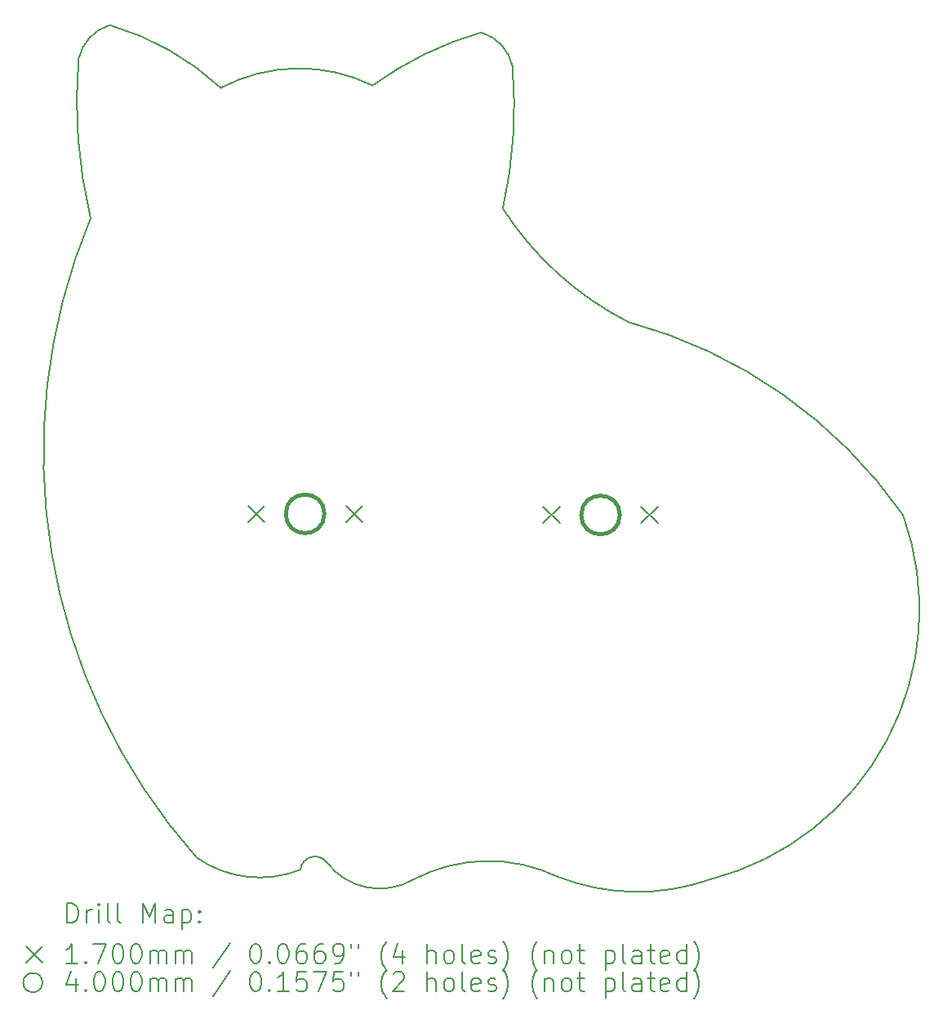
<source format=gbr>
%TF.GenerationSoftware,KiCad,Pcbnew,(6.0.9)*%
%TF.CreationDate,2022-12-26T12:39:22-05:00*%
%TF.ProjectId,Kitty_PCB,4b697474-795f-4504-9342-2e6b69636164,rev?*%
%TF.SameCoordinates,Original*%
%TF.FileFunction,Drillmap*%
%TF.FilePolarity,Positive*%
%FSLAX45Y45*%
G04 Gerber Fmt 4.5, Leading zero omitted, Abs format (unit mm)*
G04 Created by KiCad (PCBNEW (6.0.9)) date 2022-12-26 12:39:22*
%MOMM*%
%LPD*%
G01*
G04 APERTURE LIST*
%ADD10C,0.200000*%
%ADD11C,0.170000*%
%ADD12C,0.400000*%
G04 APERTURE END LIST*
D10*
X13207998Y-13708002D02*
G75*
G03*
X14108000Y-13883000I548982J421552D01*
G01*
X19183000Y-10108000D02*
G75*
G03*
X16333000Y-8108000I-4178025J-2923060D01*
G01*
X10632999Y-5383000D02*
G75*
G03*
X10758000Y-7033000I5169021J-438140D01*
G01*
X15608001Y-13857998D02*
G75*
G03*
X14108000Y-13883000I-725101J-1506372D01*
G01*
X14808000Y-5107999D02*
G75*
G03*
X13683000Y-5658000I1008190J-3487771D01*
G01*
X13683000Y-5658000D02*
G75*
G03*
X12108000Y-5683000I-762996J-1556245D01*
G01*
X15033000Y-6933000D02*
G75*
G03*
X15133000Y-5458000I-4756430J1063360D01*
G01*
X12107999Y-5683001D02*
G75*
G03*
X10958000Y-5033000I-1944139J-2097319D01*
G01*
X10958000Y-5033001D02*
G75*
G03*
X10633000Y-5383000I129690J-446320D01*
G01*
X15033001Y-6932999D02*
G75*
G03*
X16333000Y-8108000I2823789J1817539D01*
G01*
X13208004Y-13707997D02*
G75*
G03*
X12933000Y-13783000I-122804J-91393D01*
G01*
X15608001Y-13857997D02*
G75*
G03*
X17183000Y-13883000I821249J2113508D01*
G01*
X15133000Y-5458000D02*
G75*
G03*
X14808000Y-5108000I-454691J-96320D01*
G01*
X11858000Y-13657999D02*
G75*
G03*
X12933000Y-13783000I653680J936639D01*
G01*
X10758000Y-7033000D02*
G75*
G03*
X11858000Y-13658000I5826599J-2436385D01*
G01*
X17183000Y-13883000D02*
G75*
G03*
X19183000Y-10108000I-716536J2796923D01*
G01*
D11*
X12389000Y-10011000D02*
X12559000Y-10181000D01*
X12559000Y-10011000D02*
X12389000Y-10181000D01*
X13405000Y-10011000D02*
X13575000Y-10181000D01*
X13575000Y-10011000D02*
X13405000Y-10181000D01*
X15453000Y-10023000D02*
X15623000Y-10193000D01*
X15623000Y-10023000D02*
X15453000Y-10193000D01*
X16469000Y-10023000D02*
X16639000Y-10193000D01*
X16639000Y-10023000D02*
X16469000Y-10193000D01*
D12*
X13182000Y-10096000D02*
G75*
G03*
X13182000Y-10096000I-200000J0D01*
G01*
X16246000Y-10108000D02*
G75*
G03*
X16246000Y-10108000I-200000J0D01*
G01*
D10*
X10516742Y-14332424D02*
X10516742Y-14132424D01*
X10564361Y-14132424D01*
X10592933Y-14141948D01*
X10611980Y-14160995D01*
X10621504Y-14180043D01*
X10631028Y-14218138D01*
X10631028Y-14246709D01*
X10621504Y-14284805D01*
X10611980Y-14303852D01*
X10592933Y-14322900D01*
X10564361Y-14332424D01*
X10516742Y-14332424D01*
X10716742Y-14332424D02*
X10716742Y-14199090D01*
X10716742Y-14237186D02*
X10726266Y-14218138D01*
X10735790Y-14208614D01*
X10754838Y-14199090D01*
X10773885Y-14199090D01*
X10840552Y-14332424D02*
X10840552Y-14199090D01*
X10840552Y-14132424D02*
X10831028Y-14141948D01*
X10840552Y-14151471D01*
X10850076Y-14141948D01*
X10840552Y-14132424D01*
X10840552Y-14151471D01*
X10964361Y-14332424D02*
X10945314Y-14322900D01*
X10935790Y-14303852D01*
X10935790Y-14132424D01*
X11069123Y-14332424D02*
X11050076Y-14322900D01*
X11040552Y-14303852D01*
X11040552Y-14132424D01*
X11297695Y-14332424D02*
X11297695Y-14132424D01*
X11364361Y-14275281D01*
X11431028Y-14132424D01*
X11431028Y-14332424D01*
X11611980Y-14332424D02*
X11611980Y-14227662D01*
X11602457Y-14208614D01*
X11583409Y-14199090D01*
X11545314Y-14199090D01*
X11526266Y-14208614D01*
X11611980Y-14322900D02*
X11592933Y-14332424D01*
X11545314Y-14332424D01*
X11526266Y-14322900D01*
X11516742Y-14303852D01*
X11516742Y-14284805D01*
X11526266Y-14265757D01*
X11545314Y-14256233D01*
X11592933Y-14256233D01*
X11611980Y-14246709D01*
X11707218Y-14199090D02*
X11707218Y-14399090D01*
X11707218Y-14208614D02*
X11726266Y-14199090D01*
X11764361Y-14199090D01*
X11783409Y-14208614D01*
X11792933Y-14218138D01*
X11802457Y-14237186D01*
X11802457Y-14294328D01*
X11792933Y-14313376D01*
X11783409Y-14322900D01*
X11764361Y-14332424D01*
X11726266Y-14332424D01*
X11707218Y-14322900D01*
X11888171Y-14313376D02*
X11897695Y-14322900D01*
X11888171Y-14332424D01*
X11878647Y-14322900D01*
X11888171Y-14313376D01*
X11888171Y-14332424D01*
X11888171Y-14208614D02*
X11897695Y-14218138D01*
X11888171Y-14227662D01*
X11878647Y-14218138D01*
X11888171Y-14208614D01*
X11888171Y-14227662D01*
D11*
X10089123Y-14576948D02*
X10259123Y-14746948D01*
X10259123Y-14576948D02*
X10089123Y-14746948D01*
D10*
X10621504Y-14752424D02*
X10507219Y-14752424D01*
X10564361Y-14752424D02*
X10564361Y-14552424D01*
X10545314Y-14580995D01*
X10526266Y-14600043D01*
X10507219Y-14609567D01*
X10707219Y-14733376D02*
X10716742Y-14742900D01*
X10707219Y-14752424D01*
X10697695Y-14742900D01*
X10707219Y-14733376D01*
X10707219Y-14752424D01*
X10783409Y-14552424D02*
X10916742Y-14552424D01*
X10831028Y-14752424D01*
X11031028Y-14552424D02*
X11050076Y-14552424D01*
X11069123Y-14561948D01*
X11078647Y-14571471D01*
X11088171Y-14590519D01*
X11097695Y-14628614D01*
X11097695Y-14676233D01*
X11088171Y-14714328D01*
X11078647Y-14733376D01*
X11069123Y-14742900D01*
X11050076Y-14752424D01*
X11031028Y-14752424D01*
X11011980Y-14742900D01*
X11002457Y-14733376D01*
X10992933Y-14714328D01*
X10983409Y-14676233D01*
X10983409Y-14628614D01*
X10992933Y-14590519D01*
X11002457Y-14571471D01*
X11011980Y-14561948D01*
X11031028Y-14552424D01*
X11221504Y-14552424D02*
X11240552Y-14552424D01*
X11259599Y-14561948D01*
X11269123Y-14571471D01*
X11278647Y-14590519D01*
X11288171Y-14628614D01*
X11288171Y-14676233D01*
X11278647Y-14714328D01*
X11269123Y-14733376D01*
X11259599Y-14742900D01*
X11240552Y-14752424D01*
X11221504Y-14752424D01*
X11202457Y-14742900D01*
X11192933Y-14733376D01*
X11183409Y-14714328D01*
X11173885Y-14676233D01*
X11173885Y-14628614D01*
X11183409Y-14590519D01*
X11192933Y-14571471D01*
X11202457Y-14561948D01*
X11221504Y-14552424D01*
X11373885Y-14752424D02*
X11373885Y-14619090D01*
X11373885Y-14638138D02*
X11383409Y-14628614D01*
X11402457Y-14619090D01*
X11431028Y-14619090D01*
X11450076Y-14628614D01*
X11459599Y-14647662D01*
X11459599Y-14752424D01*
X11459599Y-14647662D02*
X11469123Y-14628614D01*
X11488171Y-14619090D01*
X11516742Y-14619090D01*
X11535790Y-14628614D01*
X11545314Y-14647662D01*
X11545314Y-14752424D01*
X11640552Y-14752424D02*
X11640552Y-14619090D01*
X11640552Y-14638138D02*
X11650076Y-14628614D01*
X11669123Y-14619090D01*
X11697695Y-14619090D01*
X11716742Y-14628614D01*
X11726266Y-14647662D01*
X11726266Y-14752424D01*
X11726266Y-14647662D02*
X11735790Y-14628614D01*
X11754837Y-14619090D01*
X11783409Y-14619090D01*
X11802457Y-14628614D01*
X11811980Y-14647662D01*
X11811980Y-14752424D01*
X12202457Y-14542900D02*
X12031028Y-14800043D01*
X12459599Y-14552424D02*
X12478647Y-14552424D01*
X12497695Y-14561948D01*
X12507218Y-14571471D01*
X12516742Y-14590519D01*
X12526266Y-14628614D01*
X12526266Y-14676233D01*
X12516742Y-14714328D01*
X12507218Y-14733376D01*
X12497695Y-14742900D01*
X12478647Y-14752424D01*
X12459599Y-14752424D01*
X12440552Y-14742900D01*
X12431028Y-14733376D01*
X12421504Y-14714328D01*
X12411980Y-14676233D01*
X12411980Y-14628614D01*
X12421504Y-14590519D01*
X12431028Y-14571471D01*
X12440552Y-14561948D01*
X12459599Y-14552424D01*
X12611980Y-14733376D02*
X12621504Y-14742900D01*
X12611980Y-14752424D01*
X12602457Y-14742900D01*
X12611980Y-14733376D01*
X12611980Y-14752424D01*
X12745314Y-14552424D02*
X12764361Y-14552424D01*
X12783409Y-14561948D01*
X12792933Y-14571471D01*
X12802457Y-14590519D01*
X12811980Y-14628614D01*
X12811980Y-14676233D01*
X12802457Y-14714328D01*
X12792933Y-14733376D01*
X12783409Y-14742900D01*
X12764361Y-14752424D01*
X12745314Y-14752424D01*
X12726266Y-14742900D01*
X12716742Y-14733376D01*
X12707218Y-14714328D01*
X12697695Y-14676233D01*
X12697695Y-14628614D01*
X12707218Y-14590519D01*
X12716742Y-14571471D01*
X12726266Y-14561948D01*
X12745314Y-14552424D01*
X12983409Y-14552424D02*
X12945314Y-14552424D01*
X12926266Y-14561948D01*
X12916742Y-14571471D01*
X12897695Y-14600043D01*
X12888171Y-14638138D01*
X12888171Y-14714328D01*
X12897695Y-14733376D01*
X12907218Y-14742900D01*
X12926266Y-14752424D01*
X12964361Y-14752424D01*
X12983409Y-14742900D01*
X12992933Y-14733376D01*
X13002457Y-14714328D01*
X13002457Y-14666709D01*
X12992933Y-14647662D01*
X12983409Y-14638138D01*
X12964361Y-14628614D01*
X12926266Y-14628614D01*
X12907218Y-14638138D01*
X12897695Y-14647662D01*
X12888171Y-14666709D01*
X13173885Y-14552424D02*
X13135790Y-14552424D01*
X13116742Y-14561948D01*
X13107218Y-14571471D01*
X13088171Y-14600043D01*
X13078647Y-14638138D01*
X13078647Y-14714328D01*
X13088171Y-14733376D01*
X13097695Y-14742900D01*
X13116742Y-14752424D01*
X13154837Y-14752424D01*
X13173885Y-14742900D01*
X13183409Y-14733376D01*
X13192933Y-14714328D01*
X13192933Y-14666709D01*
X13183409Y-14647662D01*
X13173885Y-14638138D01*
X13154837Y-14628614D01*
X13116742Y-14628614D01*
X13097695Y-14638138D01*
X13088171Y-14647662D01*
X13078647Y-14666709D01*
X13288171Y-14752424D02*
X13326266Y-14752424D01*
X13345314Y-14742900D01*
X13354837Y-14733376D01*
X13373885Y-14704805D01*
X13383409Y-14666709D01*
X13383409Y-14590519D01*
X13373885Y-14571471D01*
X13364361Y-14561948D01*
X13345314Y-14552424D01*
X13307218Y-14552424D01*
X13288171Y-14561948D01*
X13278647Y-14571471D01*
X13269123Y-14590519D01*
X13269123Y-14638138D01*
X13278647Y-14657186D01*
X13288171Y-14666709D01*
X13307218Y-14676233D01*
X13345314Y-14676233D01*
X13364361Y-14666709D01*
X13373885Y-14657186D01*
X13383409Y-14638138D01*
X13459599Y-14552424D02*
X13459599Y-14590519D01*
X13535790Y-14552424D02*
X13535790Y-14590519D01*
X13831028Y-14828614D02*
X13821504Y-14819090D01*
X13802457Y-14790519D01*
X13792933Y-14771471D01*
X13783409Y-14742900D01*
X13773885Y-14695281D01*
X13773885Y-14657186D01*
X13783409Y-14609567D01*
X13792933Y-14580995D01*
X13802457Y-14561948D01*
X13821504Y-14533376D01*
X13831028Y-14523852D01*
X13992933Y-14619090D02*
X13992933Y-14752424D01*
X13945314Y-14542900D02*
X13897695Y-14685757D01*
X14021504Y-14685757D01*
X14250076Y-14752424D02*
X14250076Y-14552424D01*
X14335790Y-14752424D02*
X14335790Y-14647662D01*
X14326266Y-14628614D01*
X14307218Y-14619090D01*
X14278647Y-14619090D01*
X14259599Y-14628614D01*
X14250076Y-14638138D01*
X14459599Y-14752424D02*
X14440552Y-14742900D01*
X14431028Y-14733376D01*
X14421504Y-14714328D01*
X14421504Y-14657186D01*
X14431028Y-14638138D01*
X14440552Y-14628614D01*
X14459599Y-14619090D01*
X14488171Y-14619090D01*
X14507218Y-14628614D01*
X14516742Y-14638138D01*
X14526266Y-14657186D01*
X14526266Y-14714328D01*
X14516742Y-14733376D01*
X14507218Y-14742900D01*
X14488171Y-14752424D01*
X14459599Y-14752424D01*
X14640552Y-14752424D02*
X14621504Y-14742900D01*
X14611980Y-14723852D01*
X14611980Y-14552424D01*
X14792933Y-14742900D02*
X14773885Y-14752424D01*
X14735790Y-14752424D01*
X14716742Y-14742900D01*
X14707218Y-14723852D01*
X14707218Y-14647662D01*
X14716742Y-14628614D01*
X14735790Y-14619090D01*
X14773885Y-14619090D01*
X14792933Y-14628614D01*
X14802457Y-14647662D01*
X14802457Y-14666709D01*
X14707218Y-14685757D01*
X14878647Y-14742900D02*
X14897695Y-14752424D01*
X14935790Y-14752424D01*
X14954837Y-14742900D01*
X14964361Y-14723852D01*
X14964361Y-14714328D01*
X14954837Y-14695281D01*
X14935790Y-14685757D01*
X14907218Y-14685757D01*
X14888171Y-14676233D01*
X14878647Y-14657186D01*
X14878647Y-14647662D01*
X14888171Y-14628614D01*
X14907218Y-14619090D01*
X14935790Y-14619090D01*
X14954837Y-14628614D01*
X15031028Y-14828614D02*
X15040552Y-14819090D01*
X15059599Y-14790519D01*
X15069123Y-14771471D01*
X15078647Y-14742900D01*
X15088171Y-14695281D01*
X15088171Y-14657186D01*
X15078647Y-14609567D01*
X15069123Y-14580995D01*
X15059599Y-14561948D01*
X15040552Y-14533376D01*
X15031028Y-14523852D01*
X15392933Y-14828614D02*
X15383409Y-14819090D01*
X15364361Y-14790519D01*
X15354837Y-14771471D01*
X15345314Y-14742900D01*
X15335790Y-14695281D01*
X15335790Y-14657186D01*
X15345314Y-14609567D01*
X15354837Y-14580995D01*
X15364361Y-14561948D01*
X15383409Y-14533376D01*
X15392933Y-14523852D01*
X15469123Y-14619090D02*
X15469123Y-14752424D01*
X15469123Y-14638138D02*
X15478647Y-14628614D01*
X15497695Y-14619090D01*
X15526266Y-14619090D01*
X15545314Y-14628614D01*
X15554837Y-14647662D01*
X15554837Y-14752424D01*
X15678647Y-14752424D02*
X15659599Y-14742900D01*
X15650076Y-14733376D01*
X15640552Y-14714328D01*
X15640552Y-14657186D01*
X15650076Y-14638138D01*
X15659599Y-14628614D01*
X15678647Y-14619090D01*
X15707218Y-14619090D01*
X15726266Y-14628614D01*
X15735790Y-14638138D01*
X15745314Y-14657186D01*
X15745314Y-14714328D01*
X15735790Y-14733376D01*
X15726266Y-14742900D01*
X15707218Y-14752424D01*
X15678647Y-14752424D01*
X15802457Y-14619090D02*
X15878647Y-14619090D01*
X15831028Y-14552424D02*
X15831028Y-14723852D01*
X15840552Y-14742900D01*
X15859599Y-14752424D01*
X15878647Y-14752424D01*
X16097695Y-14619090D02*
X16097695Y-14819090D01*
X16097695Y-14628614D02*
X16116742Y-14619090D01*
X16154837Y-14619090D01*
X16173885Y-14628614D01*
X16183409Y-14638138D01*
X16192933Y-14657186D01*
X16192933Y-14714328D01*
X16183409Y-14733376D01*
X16173885Y-14742900D01*
X16154837Y-14752424D01*
X16116742Y-14752424D01*
X16097695Y-14742900D01*
X16307218Y-14752424D02*
X16288171Y-14742900D01*
X16278647Y-14723852D01*
X16278647Y-14552424D01*
X16469123Y-14752424D02*
X16469123Y-14647662D01*
X16459599Y-14628614D01*
X16440552Y-14619090D01*
X16402457Y-14619090D01*
X16383409Y-14628614D01*
X16469123Y-14742900D02*
X16450076Y-14752424D01*
X16402457Y-14752424D01*
X16383409Y-14742900D01*
X16373885Y-14723852D01*
X16373885Y-14704805D01*
X16383409Y-14685757D01*
X16402457Y-14676233D01*
X16450076Y-14676233D01*
X16469123Y-14666709D01*
X16535790Y-14619090D02*
X16611980Y-14619090D01*
X16564361Y-14552424D02*
X16564361Y-14723852D01*
X16573885Y-14742900D01*
X16592933Y-14752424D01*
X16611980Y-14752424D01*
X16754837Y-14742900D02*
X16735790Y-14752424D01*
X16697695Y-14752424D01*
X16678647Y-14742900D01*
X16669123Y-14723852D01*
X16669123Y-14647662D01*
X16678647Y-14628614D01*
X16697695Y-14619090D01*
X16735790Y-14619090D01*
X16754837Y-14628614D01*
X16764361Y-14647662D01*
X16764361Y-14666709D01*
X16669123Y-14685757D01*
X16935790Y-14752424D02*
X16935790Y-14552424D01*
X16935790Y-14742900D02*
X16916742Y-14752424D01*
X16878647Y-14752424D01*
X16859599Y-14742900D01*
X16850076Y-14733376D01*
X16840552Y-14714328D01*
X16840552Y-14657186D01*
X16850076Y-14638138D01*
X16859599Y-14628614D01*
X16878647Y-14619090D01*
X16916742Y-14619090D01*
X16935790Y-14628614D01*
X17011980Y-14828614D02*
X17021504Y-14819090D01*
X17040552Y-14790519D01*
X17050076Y-14771471D01*
X17059599Y-14742900D01*
X17069123Y-14695281D01*
X17069123Y-14657186D01*
X17059599Y-14609567D01*
X17050076Y-14580995D01*
X17040552Y-14561948D01*
X17021504Y-14533376D01*
X17011980Y-14523852D01*
X10259123Y-14951948D02*
G75*
G03*
X10259123Y-14951948I-100000J0D01*
G01*
X10602457Y-14909090D02*
X10602457Y-15042424D01*
X10554838Y-14832900D02*
X10507219Y-14975757D01*
X10631028Y-14975757D01*
X10707219Y-15023376D02*
X10716742Y-15032900D01*
X10707219Y-15042424D01*
X10697695Y-15032900D01*
X10707219Y-15023376D01*
X10707219Y-15042424D01*
X10840552Y-14842424D02*
X10859599Y-14842424D01*
X10878647Y-14851948D01*
X10888171Y-14861471D01*
X10897695Y-14880519D01*
X10907219Y-14918614D01*
X10907219Y-14966233D01*
X10897695Y-15004328D01*
X10888171Y-15023376D01*
X10878647Y-15032900D01*
X10859599Y-15042424D01*
X10840552Y-15042424D01*
X10821504Y-15032900D01*
X10811980Y-15023376D01*
X10802457Y-15004328D01*
X10792933Y-14966233D01*
X10792933Y-14918614D01*
X10802457Y-14880519D01*
X10811980Y-14861471D01*
X10821504Y-14851948D01*
X10840552Y-14842424D01*
X11031028Y-14842424D02*
X11050076Y-14842424D01*
X11069123Y-14851948D01*
X11078647Y-14861471D01*
X11088171Y-14880519D01*
X11097695Y-14918614D01*
X11097695Y-14966233D01*
X11088171Y-15004328D01*
X11078647Y-15023376D01*
X11069123Y-15032900D01*
X11050076Y-15042424D01*
X11031028Y-15042424D01*
X11011980Y-15032900D01*
X11002457Y-15023376D01*
X10992933Y-15004328D01*
X10983409Y-14966233D01*
X10983409Y-14918614D01*
X10992933Y-14880519D01*
X11002457Y-14861471D01*
X11011980Y-14851948D01*
X11031028Y-14842424D01*
X11221504Y-14842424D02*
X11240552Y-14842424D01*
X11259599Y-14851948D01*
X11269123Y-14861471D01*
X11278647Y-14880519D01*
X11288171Y-14918614D01*
X11288171Y-14966233D01*
X11278647Y-15004328D01*
X11269123Y-15023376D01*
X11259599Y-15032900D01*
X11240552Y-15042424D01*
X11221504Y-15042424D01*
X11202457Y-15032900D01*
X11192933Y-15023376D01*
X11183409Y-15004328D01*
X11173885Y-14966233D01*
X11173885Y-14918614D01*
X11183409Y-14880519D01*
X11192933Y-14861471D01*
X11202457Y-14851948D01*
X11221504Y-14842424D01*
X11373885Y-15042424D02*
X11373885Y-14909090D01*
X11373885Y-14928138D02*
X11383409Y-14918614D01*
X11402457Y-14909090D01*
X11431028Y-14909090D01*
X11450076Y-14918614D01*
X11459599Y-14937662D01*
X11459599Y-15042424D01*
X11459599Y-14937662D02*
X11469123Y-14918614D01*
X11488171Y-14909090D01*
X11516742Y-14909090D01*
X11535790Y-14918614D01*
X11545314Y-14937662D01*
X11545314Y-15042424D01*
X11640552Y-15042424D02*
X11640552Y-14909090D01*
X11640552Y-14928138D02*
X11650076Y-14918614D01*
X11669123Y-14909090D01*
X11697695Y-14909090D01*
X11716742Y-14918614D01*
X11726266Y-14937662D01*
X11726266Y-15042424D01*
X11726266Y-14937662D02*
X11735790Y-14918614D01*
X11754837Y-14909090D01*
X11783409Y-14909090D01*
X11802457Y-14918614D01*
X11811980Y-14937662D01*
X11811980Y-15042424D01*
X12202457Y-14832900D02*
X12031028Y-15090043D01*
X12459599Y-14842424D02*
X12478647Y-14842424D01*
X12497695Y-14851948D01*
X12507218Y-14861471D01*
X12516742Y-14880519D01*
X12526266Y-14918614D01*
X12526266Y-14966233D01*
X12516742Y-15004328D01*
X12507218Y-15023376D01*
X12497695Y-15032900D01*
X12478647Y-15042424D01*
X12459599Y-15042424D01*
X12440552Y-15032900D01*
X12431028Y-15023376D01*
X12421504Y-15004328D01*
X12411980Y-14966233D01*
X12411980Y-14918614D01*
X12421504Y-14880519D01*
X12431028Y-14861471D01*
X12440552Y-14851948D01*
X12459599Y-14842424D01*
X12611980Y-15023376D02*
X12621504Y-15032900D01*
X12611980Y-15042424D01*
X12602457Y-15032900D01*
X12611980Y-15023376D01*
X12611980Y-15042424D01*
X12811980Y-15042424D02*
X12697695Y-15042424D01*
X12754837Y-15042424D02*
X12754837Y-14842424D01*
X12735790Y-14870995D01*
X12716742Y-14890043D01*
X12697695Y-14899567D01*
X12992933Y-14842424D02*
X12897695Y-14842424D01*
X12888171Y-14937662D01*
X12897695Y-14928138D01*
X12916742Y-14918614D01*
X12964361Y-14918614D01*
X12983409Y-14928138D01*
X12992933Y-14937662D01*
X13002457Y-14956709D01*
X13002457Y-15004328D01*
X12992933Y-15023376D01*
X12983409Y-15032900D01*
X12964361Y-15042424D01*
X12916742Y-15042424D01*
X12897695Y-15032900D01*
X12888171Y-15023376D01*
X13069123Y-14842424D02*
X13202457Y-14842424D01*
X13116742Y-15042424D01*
X13373885Y-14842424D02*
X13278647Y-14842424D01*
X13269123Y-14937662D01*
X13278647Y-14928138D01*
X13297695Y-14918614D01*
X13345314Y-14918614D01*
X13364361Y-14928138D01*
X13373885Y-14937662D01*
X13383409Y-14956709D01*
X13383409Y-15004328D01*
X13373885Y-15023376D01*
X13364361Y-15032900D01*
X13345314Y-15042424D01*
X13297695Y-15042424D01*
X13278647Y-15032900D01*
X13269123Y-15023376D01*
X13459599Y-14842424D02*
X13459599Y-14880519D01*
X13535790Y-14842424D02*
X13535790Y-14880519D01*
X13831028Y-15118614D02*
X13821504Y-15109090D01*
X13802457Y-15080519D01*
X13792933Y-15061471D01*
X13783409Y-15032900D01*
X13773885Y-14985281D01*
X13773885Y-14947186D01*
X13783409Y-14899567D01*
X13792933Y-14870995D01*
X13802457Y-14851948D01*
X13821504Y-14823376D01*
X13831028Y-14813852D01*
X13897695Y-14861471D02*
X13907218Y-14851948D01*
X13926266Y-14842424D01*
X13973885Y-14842424D01*
X13992933Y-14851948D01*
X14002457Y-14861471D01*
X14011980Y-14880519D01*
X14011980Y-14899567D01*
X14002457Y-14928138D01*
X13888171Y-15042424D01*
X14011980Y-15042424D01*
X14250076Y-15042424D02*
X14250076Y-14842424D01*
X14335790Y-15042424D02*
X14335790Y-14937662D01*
X14326266Y-14918614D01*
X14307218Y-14909090D01*
X14278647Y-14909090D01*
X14259599Y-14918614D01*
X14250076Y-14928138D01*
X14459599Y-15042424D02*
X14440552Y-15032900D01*
X14431028Y-15023376D01*
X14421504Y-15004328D01*
X14421504Y-14947186D01*
X14431028Y-14928138D01*
X14440552Y-14918614D01*
X14459599Y-14909090D01*
X14488171Y-14909090D01*
X14507218Y-14918614D01*
X14516742Y-14928138D01*
X14526266Y-14947186D01*
X14526266Y-15004328D01*
X14516742Y-15023376D01*
X14507218Y-15032900D01*
X14488171Y-15042424D01*
X14459599Y-15042424D01*
X14640552Y-15042424D02*
X14621504Y-15032900D01*
X14611980Y-15013852D01*
X14611980Y-14842424D01*
X14792933Y-15032900D02*
X14773885Y-15042424D01*
X14735790Y-15042424D01*
X14716742Y-15032900D01*
X14707218Y-15013852D01*
X14707218Y-14937662D01*
X14716742Y-14918614D01*
X14735790Y-14909090D01*
X14773885Y-14909090D01*
X14792933Y-14918614D01*
X14802457Y-14937662D01*
X14802457Y-14956709D01*
X14707218Y-14975757D01*
X14878647Y-15032900D02*
X14897695Y-15042424D01*
X14935790Y-15042424D01*
X14954837Y-15032900D01*
X14964361Y-15013852D01*
X14964361Y-15004328D01*
X14954837Y-14985281D01*
X14935790Y-14975757D01*
X14907218Y-14975757D01*
X14888171Y-14966233D01*
X14878647Y-14947186D01*
X14878647Y-14937662D01*
X14888171Y-14918614D01*
X14907218Y-14909090D01*
X14935790Y-14909090D01*
X14954837Y-14918614D01*
X15031028Y-15118614D02*
X15040552Y-15109090D01*
X15059599Y-15080519D01*
X15069123Y-15061471D01*
X15078647Y-15032900D01*
X15088171Y-14985281D01*
X15088171Y-14947186D01*
X15078647Y-14899567D01*
X15069123Y-14870995D01*
X15059599Y-14851948D01*
X15040552Y-14823376D01*
X15031028Y-14813852D01*
X15392933Y-15118614D02*
X15383409Y-15109090D01*
X15364361Y-15080519D01*
X15354837Y-15061471D01*
X15345314Y-15032900D01*
X15335790Y-14985281D01*
X15335790Y-14947186D01*
X15345314Y-14899567D01*
X15354837Y-14870995D01*
X15364361Y-14851948D01*
X15383409Y-14823376D01*
X15392933Y-14813852D01*
X15469123Y-14909090D02*
X15469123Y-15042424D01*
X15469123Y-14928138D02*
X15478647Y-14918614D01*
X15497695Y-14909090D01*
X15526266Y-14909090D01*
X15545314Y-14918614D01*
X15554837Y-14937662D01*
X15554837Y-15042424D01*
X15678647Y-15042424D02*
X15659599Y-15032900D01*
X15650076Y-15023376D01*
X15640552Y-15004328D01*
X15640552Y-14947186D01*
X15650076Y-14928138D01*
X15659599Y-14918614D01*
X15678647Y-14909090D01*
X15707218Y-14909090D01*
X15726266Y-14918614D01*
X15735790Y-14928138D01*
X15745314Y-14947186D01*
X15745314Y-15004328D01*
X15735790Y-15023376D01*
X15726266Y-15032900D01*
X15707218Y-15042424D01*
X15678647Y-15042424D01*
X15802457Y-14909090D02*
X15878647Y-14909090D01*
X15831028Y-14842424D02*
X15831028Y-15013852D01*
X15840552Y-15032900D01*
X15859599Y-15042424D01*
X15878647Y-15042424D01*
X16097695Y-14909090D02*
X16097695Y-15109090D01*
X16097695Y-14918614D02*
X16116742Y-14909090D01*
X16154837Y-14909090D01*
X16173885Y-14918614D01*
X16183409Y-14928138D01*
X16192933Y-14947186D01*
X16192933Y-15004328D01*
X16183409Y-15023376D01*
X16173885Y-15032900D01*
X16154837Y-15042424D01*
X16116742Y-15042424D01*
X16097695Y-15032900D01*
X16307218Y-15042424D02*
X16288171Y-15032900D01*
X16278647Y-15013852D01*
X16278647Y-14842424D01*
X16469123Y-15042424D02*
X16469123Y-14937662D01*
X16459599Y-14918614D01*
X16440552Y-14909090D01*
X16402457Y-14909090D01*
X16383409Y-14918614D01*
X16469123Y-15032900D02*
X16450076Y-15042424D01*
X16402457Y-15042424D01*
X16383409Y-15032900D01*
X16373885Y-15013852D01*
X16373885Y-14994805D01*
X16383409Y-14975757D01*
X16402457Y-14966233D01*
X16450076Y-14966233D01*
X16469123Y-14956709D01*
X16535790Y-14909090D02*
X16611980Y-14909090D01*
X16564361Y-14842424D02*
X16564361Y-15013852D01*
X16573885Y-15032900D01*
X16592933Y-15042424D01*
X16611980Y-15042424D01*
X16754837Y-15032900D02*
X16735790Y-15042424D01*
X16697695Y-15042424D01*
X16678647Y-15032900D01*
X16669123Y-15013852D01*
X16669123Y-14937662D01*
X16678647Y-14918614D01*
X16697695Y-14909090D01*
X16735790Y-14909090D01*
X16754837Y-14918614D01*
X16764361Y-14937662D01*
X16764361Y-14956709D01*
X16669123Y-14975757D01*
X16935790Y-15042424D02*
X16935790Y-14842424D01*
X16935790Y-15032900D02*
X16916742Y-15042424D01*
X16878647Y-15042424D01*
X16859599Y-15032900D01*
X16850076Y-15023376D01*
X16840552Y-15004328D01*
X16840552Y-14947186D01*
X16850076Y-14928138D01*
X16859599Y-14918614D01*
X16878647Y-14909090D01*
X16916742Y-14909090D01*
X16935790Y-14918614D01*
X17011980Y-15118614D02*
X17021504Y-15109090D01*
X17040552Y-15080519D01*
X17050076Y-15061471D01*
X17059599Y-15032900D01*
X17069123Y-14985281D01*
X17069123Y-14947186D01*
X17059599Y-14899567D01*
X17050076Y-14870995D01*
X17040552Y-14851948D01*
X17021504Y-14823376D01*
X17011980Y-14813852D01*
M02*

</source>
